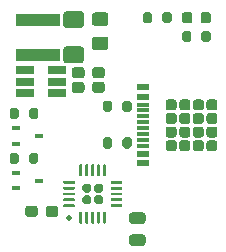
<source format=gbr>
%TF.GenerationSoftware,KiCad,Pcbnew,(5.1.10-1-10_14)*%
%TF.CreationDate,2021-05-13T11:47:25+01:00*%
%TF.ProjectId,Generic,47656e65-7269-4632-9e6b-696361645f70,3*%
%TF.SameCoordinates,Original*%
%TF.FileFunction,Paste,Top*%
%TF.FilePolarity,Positive*%
%FSLAX46Y46*%
G04 Gerber Fmt 4.6, Leading zero omitted, Abs format (unit mm)*
G04 Created by KiCad (PCBNEW (5.1.10-1-10_14)) date 2021-05-13 11:47:25*
%MOMM*%
%LPD*%
G01*
G04 APERTURE LIST*
%ADD10R,0.700000X0.450000*%
%ADD11R,3.700000X1.100000*%
%ADD12R,1.560000X0.650000*%
%ADD13C,0.500000*%
%ADD14R,1.140000X0.600000*%
%ADD15R,1.140000X0.300000*%
G04 APERTURE END LIST*
%TO.C,D2*%
G36*
G01*
X122256250Y-119550000D02*
X121343750Y-119550000D01*
G75*
G02*
X121100000Y-119306250I0J243750D01*
G01*
X121100000Y-118818750D01*
G75*
G02*
X121343750Y-118575000I243750J0D01*
G01*
X122256250Y-118575000D01*
G75*
G02*
X122500000Y-118818750I0J-243750D01*
G01*
X122500000Y-119306250D01*
G75*
G02*
X122256250Y-119550000I-243750J0D01*
G01*
G37*
G36*
G01*
X122256250Y-121425000D02*
X121343750Y-121425000D01*
G75*
G02*
X121100000Y-121181250I0J243750D01*
G01*
X121100000Y-120693750D01*
G75*
G02*
X121343750Y-120450000I243750J0D01*
G01*
X122256250Y-120450000D01*
G75*
G02*
X122500000Y-120693750I0J-243750D01*
G01*
X122500000Y-121181250D01*
G75*
G02*
X122256250Y-121425000I-243750J0D01*
G01*
G37*
%TD*%
%TO.C,R9*%
G36*
G01*
X126375000Y-103425000D02*
X126375000Y-103975000D01*
G75*
G02*
X126175000Y-104175000I-200000J0D01*
G01*
X125775000Y-104175000D01*
G75*
G02*
X125575000Y-103975000I0J200000D01*
G01*
X125575000Y-103425000D01*
G75*
G02*
X125775000Y-103225000I200000J0D01*
G01*
X126175000Y-103225000D01*
G75*
G02*
X126375000Y-103425000I0J-200000D01*
G01*
G37*
G36*
G01*
X128025000Y-103425000D02*
X128025000Y-103975000D01*
G75*
G02*
X127825000Y-104175000I-200000J0D01*
G01*
X127425000Y-104175000D01*
G75*
G02*
X127225000Y-103975000I0J200000D01*
G01*
X127225000Y-103425000D01*
G75*
G02*
X127425000Y-103225000I200000J0D01*
G01*
X127825000Y-103225000D01*
G75*
G02*
X128025000Y-103425000I0J-200000D01*
G01*
G37*
%TD*%
%TO.C,D1*%
G36*
G01*
X126450000Y-101843750D02*
X126450000Y-102356250D01*
G75*
G02*
X126231250Y-102575000I-218750J0D01*
G01*
X125793750Y-102575000D01*
G75*
G02*
X125575000Y-102356250I0J218750D01*
G01*
X125575000Y-101843750D01*
G75*
G02*
X125793750Y-101625000I218750J0D01*
G01*
X126231250Y-101625000D01*
G75*
G02*
X126450000Y-101843750I0J-218750D01*
G01*
G37*
G36*
G01*
X128025000Y-101843750D02*
X128025000Y-102356250D01*
G75*
G02*
X127806250Y-102575000I-218750J0D01*
G01*
X127368750Y-102575000D01*
G75*
G02*
X127150000Y-102356250I0J218750D01*
G01*
X127150000Y-101843750D01*
G75*
G02*
X127368750Y-101625000I218750J0D01*
G01*
X127806250Y-101625000D01*
G75*
G02*
X128025000Y-101843750I0J-218750D01*
G01*
G37*
%TD*%
%TO.C,R8*%
G36*
G01*
X120525000Y-109875000D02*
X120525000Y-109325000D01*
G75*
G02*
X120725000Y-109125000I200000J0D01*
G01*
X121125000Y-109125000D01*
G75*
G02*
X121325000Y-109325000I0J-200000D01*
G01*
X121325000Y-109875000D01*
G75*
G02*
X121125000Y-110075000I-200000J0D01*
G01*
X120725000Y-110075000D01*
G75*
G02*
X120525000Y-109875000I0J200000D01*
G01*
G37*
G36*
G01*
X118875000Y-109875000D02*
X118875000Y-109325000D01*
G75*
G02*
X119075000Y-109125000I200000J0D01*
G01*
X119475000Y-109125000D01*
G75*
G02*
X119675000Y-109325000I0J-200000D01*
G01*
X119675000Y-109875000D01*
G75*
G02*
X119475000Y-110075000I-200000J0D01*
G01*
X119075000Y-110075000D01*
G75*
G02*
X118875000Y-109875000I0J200000D01*
G01*
G37*
%TD*%
%TO.C,R7*%
G36*
G01*
X119675000Y-112425000D02*
X119675000Y-112975000D01*
G75*
G02*
X119475000Y-113175000I-200000J0D01*
G01*
X119075000Y-113175000D01*
G75*
G02*
X118875000Y-112975000I0J200000D01*
G01*
X118875000Y-112425000D01*
G75*
G02*
X119075000Y-112225000I200000J0D01*
G01*
X119475000Y-112225000D01*
G75*
G02*
X119675000Y-112425000I0J-200000D01*
G01*
G37*
G36*
G01*
X121325000Y-112425000D02*
X121325000Y-112975000D01*
G75*
G02*
X121125000Y-113175000I-200000J0D01*
G01*
X120725000Y-113175000D01*
G75*
G02*
X120525000Y-112975000I0J200000D01*
G01*
X120525000Y-112425000D01*
G75*
G02*
X120725000Y-112225000I200000J0D01*
G01*
X121125000Y-112225000D01*
G75*
G02*
X121325000Y-112425000I0J-200000D01*
G01*
G37*
%TD*%
D10*
%TO.C,Q2*%
X113500000Y-112100000D03*
X111500000Y-112750000D03*
X111500000Y-111450000D03*
%TD*%
%TO.C,Q1*%
X113500000Y-115900000D03*
X111500000Y-116550000D03*
X111500000Y-115250000D03*
%TD*%
%TO.C,R11*%
G36*
G01*
X111775000Y-109925000D02*
X111775000Y-110475000D01*
G75*
G02*
X111575000Y-110675000I-200000J0D01*
G01*
X111175000Y-110675000D01*
G75*
G02*
X110975000Y-110475000I0J200000D01*
G01*
X110975000Y-109925000D01*
G75*
G02*
X111175000Y-109725000I200000J0D01*
G01*
X111575000Y-109725000D01*
G75*
G02*
X111775000Y-109925000I0J-200000D01*
G01*
G37*
G36*
G01*
X113425000Y-109925000D02*
X113425000Y-110475000D01*
G75*
G02*
X113225000Y-110675000I-200000J0D01*
G01*
X112825000Y-110675000D01*
G75*
G02*
X112625000Y-110475000I0J200000D01*
G01*
X112625000Y-109925000D01*
G75*
G02*
X112825000Y-109725000I200000J0D01*
G01*
X113225000Y-109725000D01*
G75*
G02*
X113425000Y-109925000I0J-200000D01*
G01*
G37*
%TD*%
%TO.C,R10*%
G36*
G01*
X112625000Y-114275000D02*
X112625000Y-113725000D01*
G75*
G02*
X112825000Y-113525000I200000J0D01*
G01*
X113225000Y-113525000D01*
G75*
G02*
X113425000Y-113725000I0J-200000D01*
G01*
X113425000Y-114275000D01*
G75*
G02*
X113225000Y-114475000I-200000J0D01*
G01*
X112825000Y-114475000D01*
G75*
G02*
X112625000Y-114275000I0J200000D01*
G01*
G37*
G36*
G01*
X110975000Y-114275000D02*
X110975000Y-113725000D01*
G75*
G02*
X111175000Y-113525000I200000J0D01*
G01*
X111575000Y-113525000D01*
G75*
G02*
X111775000Y-113725000I0J-200000D01*
G01*
X111775000Y-114275000D01*
G75*
G02*
X111575000Y-114475000I-200000J0D01*
G01*
X111175000Y-114475000D01*
G75*
G02*
X110975000Y-114275000I0J200000D01*
G01*
G37*
%TD*%
%TO.C,R12*%
G36*
G01*
X123075000Y-101825000D02*
X123075000Y-102375000D01*
G75*
G02*
X122875000Y-102575000I-200000J0D01*
G01*
X122475000Y-102575000D01*
G75*
G02*
X122275000Y-102375000I0J200000D01*
G01*
X122275000Y-101825000D01*
G75*
G02*
X122475000Y-101625000I200000J0D01*
G01*
X122875000Y-101625000D01*
G75*
G02*
X123075000Y-101825000I0J-200000D01*
G01*
G37*
G36*
G01*
X124725000Y-101825000D02*
X124725000Y-102375000D01*
G75*
G02*
X124525000Y-102575000I-200000J0D01*
G01*
X124125000Y-102575000D01*
G75*
G02*
X123925000Y-102375000I0J200000D01*
G01*
X123925000Y-101825000D01*
G75*
G02*
X124125000Y-101625000I200000J0D01*
G01*
X124525000Y-101625000D01*
G75*
G02*
X124725000Y-101825000I0J-200000D01*
G01*
G37*
%TD*%
%TO.C,C2*%
G36*
G01*
X113375000Y-118262500D02*
X113375000Y-118737500D01*
G75*
G02*
X113137500Y-118975000I-237500J0D01*
G01*
X112537500Y-118975000D01*
G75*
G02*
X112300000Y-118737500I0J237500D01*
G01*
X112300000Y-118262500D01*
G75*
G02*
X112537500Y-118025000I237500J0D01*
G01*
X113137500Y-118025000D01*
G75*
G02*
X113375000Y-118262500I0J-237500D01*
G01*
G37*
G36*
G01*
X115100000Y-118262500D02*
X115100000Y-118737500D01*
G75*
G02*
X114862500Y-118975000I-237500J0D01*
G01*
X114262500Y-118975000D01*
G75*
G02*
X114025000Y-118737500I0J237500D01*
G01*
X114025000Y-118262500D01*
G75*
G02*
X114262500Y-118025000I237500J0D01*
G01*
X114862500Y-118025000D01*
G75*
G02*
X115100000Y-118262500I0J-237500D01*
G01*
G37*
%TD*%
%TO.C,Reg1*%
G36*
G01*
X117025626Y-105950000D02*
X115774374Y-105950000D01*
G75*
G02*
X115525000Y-105700626I0J249374D01*
G01*
X115525000Y-104774374D01*
G75*
G02*
X115774374Y-104525000I249374J0D01*
G01*
X117025626Y-104525000D01*
G75*
G02*
X117275000Y-104774374I0J-249374D01*
G01*
X117275000Y-105700626D01*
G75*
G02*
X117025626Y-105950000I-249374J0D01*
G01*
G37*
G36*
G01*
X117025626Y-102975000D02*
X115774374Y-102975000D01*
G75*
G02*
X115525000Y-102725626I0J249374D01*
G01*
X115525000Y-101799374D01*
G75*
G02*
X115774374Y-101550000I249374J0D01*
G01*
X117025626Y-101550000D01*
G75*
G02*
X117275000Y-101799374I0J-249374D01*
G01*
X117275000Y-102725626D01*
G75*
G02*
X117025626Y-102975000I-249374J0D01*
G01*
G37*
D11*
X113400000Y-102250000D03*
X113400000Y-105250000D03*
G36*
G01*
X119100450Y-102800000D02*
X118199550Y-102800000D01*
G75*
G02*
X117950000Y-102550450I0J249550D01*
G01*
X117950000Y-101899550D01*
G75*
G02*
X118199550Y-101650000I249550J0D01*
G01*
X119100450Y-101650000D01*
G75*
G02*
X119350000Y-101899550I0J-249550D01*
G01*
X119350000Y-102550450D01*
G75*
G02*
X119100450Y-102800000I-249550J0D01*
G01*
G37*
G36*
G01*
X119100450Y-104850000D02*
X118199550Y-104850000D01*
G75*
G02*
X117950000Y-104600450I0J249550D01*
G01*
X117950000Y-103949550D01*
G75*
G02*
X118199550Y-103700000I249550J0D01*
G01*
X119100450Y-103700000D01*
G75*
G02*
X119350000Y-103949550I0J-249550D01*
G01*
X119350000Y-104600450D01*
G75*
G02*
X119100450Y-104850000I-249550J0D01*
G01*
G37*
G36*
G01*
X119050000Y-107762500D02*
X119050000Y-108237500D01*
G75*
G02*
X118812500Y-108475000I-237500J0D01*
G01*
X118212500Y-108475000D01*
G75*
G02*
X117975000Y-108237500I0J237500D01*
G01*
X117975000Y-107762500D01*
G75*
G02*
X118212500Y-107525000I237500J0D01*
G01*
X118812500Y-107525000D01*
G75*
G02*
X119050000Y-107762500I0J-237500D01*
G01*
G37*
G36*
G01*
X117325000Y-107762500D02*
X117325000Y-108237500D01*
G75*
G02*
X117087500Y-108475000I-237500J0D01*
G01*
X116487500Y-108475000D01*
G75*
G02*
X116250000Y-108237500I0J237500D01*
G01*
X116250000Y-107762500D01*
G75*
G02*
X116487500Y-107525000I237500J0D01*
G01*
X117087500Y-107525000D01*
G75*
G02*
X117325000Y-107762500I0J-237500D01*
G01*
G37*
G36*
G01*
X119050000Y-106512500D02*
X119050000Y-106987500D01*
G75*
G02*
X118812500Y-107225000I-237500J0D01*
G01*
X118212500Y-107225000D01*
G75*
G02*
X117975000Y-106987500I0J237500D01*
G01*
X117975000Y-106512500D01*
G75*
G02*
X118212500Y-106275000I237500J0D01*
G01*
X118812500Y-106275000D01*
G75*
G02*
X119050000Y-106512500I0J-237500D01*
G01*
G37*
G36*
G01*
X117325000Y-106512500D02*
X117325000Y-106987500D01*
G75*
G02*
X117087500Y-107225000I-237500J0D01*
G01*
X116487500Y-107225000D01*
G75*
G02*
X116250000Y-106987500I0J237500D01*
G01*
X116250000Y-106512500D01*
G75*
G02*
X116487500Y-106275000I237500J0D01*
G01*
X117087500Y-106275000D01*
G75*
G02*
X117325000Y-106512500I0J-237500D01*
G01*
G37*
D12*
X115000000Y-108450000D03*
X115000000Y-107500000D03*
X115000000Y-106550000D03*
X112300000Y-106550000D03*
X112300000Y-108450000D03*
X112300000Y-107500000D03*
%TD*%
D13*
%TO.C,U2*%
X116025000Y-119025000D03*
G36*
G01*
X118714000Y-116900000D02*
X118336000Y-116900000D01*
G75*
G02*
X118150000Y-116714000I0J186000D01*
G01*
X118150000Y-116336000D01*
G75*
G02*
X118336000Y-116150000I186000J0D01*
G01*
X118714000Y-116150000D01*
G75*
G02*
X118900000Y-116336000I0J-186000D01*
G01*
X118900000Y-116714000D01*
G75*
G02*
X118714000Y-116900000I-186000J0D01*
G01*
G37*
G36*
G01*
X117714000Y-116900000D02*
X117336000Y-116900000D01*
G75*
G02*
X117150000Y-116714000I0J186000D01*
G01*
X117150000Y-116336000D01*
G75*
G02*
X117336000Y-116150000I186000J0D01*
G01*
X117714000Y-116150000D01*
G75*
G02*
X117900000Y-116336000I0J-186000D01*
G01*
X117900000Y-116714000D01*
G75*
G02*
X117714000Y-116900000I-186000J0D01*
G01*
G37*
G36*
G01*
X118714000Y-117900000D02*
X118336000Y-117900000D01*
G75*
G02*
X118150000Y-117714000I0J186000D01*
G01*
X118150000Y-117336000D01*
G75*
G02*
X118336000Y-117150000I186000J0D01*
G01*
X118714000Y-117150000D01*
G75*
G02*
X118900000Y-117336000I0J-186000D01*
G01*
X118900000Y-117714000D01*
G75*
G02*
X118714000Y-117900000I-186000J0D01*
G01*
G37*
G36*
G01*
X117714000Y-117900000D02*
X117336000Y-117900000D01*
G75*
G02*
X117150000Y-117714000I0J186000D01*
G01*
X117150000Y-117336000D01*
G75*
G02*
X117336000Y-117150000I186000J0D01*
G01*
X117714000Y-117150000D01*
G75*
G02*
X117900000Y-117336000I0J-186000D01*
G01*
X117900000Y-117714000D01*
G75*
G02*
X117714000Y-117900000I-186000J0D01*
G01*
G37*
G36*
G01*
X116462500Y-118150000D02*
X115587500Y-118150000D01*
G75*
G02*
X115525000Y-118087500I0J62500D01*
G01*
X115525000Y-117962500D01*
G75*
G02*
X115587500Y-117900000I62500J0D01*
G01*
X116462500Y-117900000D01*
G75*
G02*
X116525000Y-117962500I0J-62500D01*
G01*
X116525000Y-118087500D01*
G75*
G02*
X116462500Y-118150000I-62500J0D01*
G01*
G37*
G36*
G01*
X116462500Y-117650000D02*
X115587500Y-117650000D01*
G75*
G02*
X115525000Y-117587500I0J62500D01*
G01*
X115525000Y-117462500D01*
G75*
G02*
X115587500Y-117400000I62500J0D01*
G01*
X116462500Y-117400000D01*
G75*
G02*
X116525000Y-117462500I0J-62500D01*
G01*
X116525000Y-117587500D01*
G75*
G02*
X116462500Y-117650000I-62500J0D01*
G01*
G37*
G36*
G01*
X116462500Y-117150000D02*
X115587500Y-117150000D01*
G75*
G02*
X115525000Y-117087500I0J62500D01*
G01*
X115525000Y-116962500D01*
G75*
G02*
X115587500Y-116900000I62500J0D01*
G01*
X116462500Y-116900000D01*
G75*
G02*
X116525000Y-116962500I0J-62500D01*
G01*
X116525000Y-117087500D01*
G75*
G02*
X116462500Y-117150000I-62500J0D01*
G01*
G37*
G36*
G01*
X116462500Y-116650000D02*
X115587500Y-116650000D01*
G75*
G02*
X115525000Y-116587500I0J62500D01*
G01*
X115525000Y-116462500D01*
G75*
G02*
X115587500Y-116400000I62500J0D01*
G01*
X116462500Y-116400000D01*
G75*
G02*
X116525000Y-116462500I0J-62500D01*
G01*
X116525000Y-116587500D01*
G75*
G02*
X116462500Y-116650000I-62500J0D01*
G01*
G37*
G36*
G01*
X116462500Y-116150000D02*
X115587500Y-116150000D01*
G75*
G02*
X115525000Y-116087500I0J62500D01*
G01*
X115525000Y-115962500D01*
G75*
G02*
X115587500Y-115900000I62500J0D01*
G01*
X116462500Y-115900000D01*
G75*
G02*
X116525000Y-115962500I0J-62500D01*
G01*
X116525000Y-116087500D01*
G75*
G02*
X116462500Y-116150000I-62500J0D01*
G01*
G37*
G36*
G01*
X117087500Y-115525000D02*
X116962500Y-115525000D01*
G75*
G02*
X116900000Y-115462500I0J62500D01*
G01*
X116900000Y-114587500D01*
G75*
G02*
X116962500Y-114525000I62500J0D01*
G01*
X117087500Y-114525000D01*
G75*
G02*
X117150000Y-114587500I0J-62500D01*
G01*
X117150000Y-115462500D01*
G75*
G02*
X117087500Y-115525000I-62500J0D01*
G01*
G37*
G36*
G01*
X117587500Y-115525000D02*
X117462500Y-115525000D01*
G75*
G02*
X117400000Y-115462500I0J62500D01*
G01*
X117400000Y-114587500D01*
G75*
G02*
X117462500Y-114525000I62500J0D01*
G01*
X117587500Y-114525000D01*
G75*
G02*
X117650000Y-114587500I0J-62500D01*
G01*
X117650000Y-115462500D01*
G75*
G02*
X117587500Y-115525000I-62500J0D01*
G01*
G37*
G36*
G01*
X118087500Y-115525000D02*
X117962500Y-115525000D01*
G75*
G02*
X117900000Y-115462500I0J62500D01*
G01*
X117900000Y-114587500D01*
G75*
G02*
X117962500Y-114525000I62500J0D01*
G01*
X118087500Y-114525000D01*
G75*
G02*
X118150000Y-114587500I0J-62500D01*
G01*
X118150000Y-115462500D01*
G75*
G02*
X118087500Y-115525000I-62500J0D01*
G01*
G37*
G36*
G01*
X118587500Y-115525000D02*
X118462500Y-115525000D01*
G75*
G02*
X118400000Y-115462500I0J62500D01*
G01*
X118400000Y-114587500D01*
G75*
G02*
X118462500Y-114525000I62500J0D01*
G01*
X118587500Y-114525000D01*
G75*
G02*
X118650000Y-114587500I0J-62500D01*
G01*
X118650000Y-115462500D01*
G75*
G02*
X118587500Y-115525000I-62500J0D01*
G01*
G37*
G36*
G01*
X119087500Y-115525000D02*
X118962500Y-115525000D01*
G75*
G02*
X118900000Y-115462500I0J62500D01*
G01*
X118900000Y-114587500D01*
G75*
G02*
X118962500Y-114525000I62500J0D01*
G01*
X119087500Y-114525000D01*
G75*
G02*
X119150000Y-114587500I0J-62500D01*
G01*
X119150000Y-115462500D01*
G75*
G02*
X119087500Y-115525000I-62500J0D01*
G01*
G37*
G36*
G01*
X120462500Y-116150000D02*
X119587500Y-116150000D01*
G75*
G02*
X119525000Y-116087500I0J62500D01*
G01*
X119525000Y-115962500D01*
G75*
G02*
X119587500Y-115900000I62500J0D01*
G01*
X120462500Y-115900000D01*
G75*
G02*
X120525000Y-115962500I0J-62500D01*
G01*
X120525000Y-116087500D01*
G75*
G02*
X120462500Y-116150000I-62500J0D01*
G01*
G37*
G36*
G01*
X120462500Y-116650000D02*
X119587500Y-116650000D01*
G75*
G02*
X119525000Y-116587500I0J62500D01*
G01*
X119525000Y-116462500D01*
G75*
G02*
X119587500Y-116400000I62500J0D01*
G01*
X120462500Y-116400000D01*
G75*
G02*
X120525000Y-116462500I0J-62500D01*
G01*
X120525000Y-116587500D01*
G75*
G02*
X120462500Y-116650000I-62500J0D01*
G01*
G37*
G36*
G01*
X120462500Y-117150000D02*
X119587500Y-117150000D01*
G75*
G02*
X119525000Y-117087500I0J62500D01*
G01*
X119525000Y-116962500D01*
G75*
G02*
X119587500Y-116900000I62500J0D01*
G01*
X120462500Y-116900000D01*
G75*
G02*
X120525000Y-116962500I0J-62500D01*
G01*
X120525000Y-117087500D01*
G75*
G02*
X120462500Y-117150000I-62500J0D01*
G01*
G37*
G36*
G01*
X120462500Y-117650000D02*
X119587500Y-117650000D01*
G75*
G02*
X119525000Y-117587500I0J62500D01*
G01*
X119525000Y-117462500D01*
G75*
G02*
X119587500Y-117400000I62500J0D01*
G01*
X120462500Y-117400000D01*
G75*
G02*
X120525000Y-117462500I0J-62500D01*
G01*
X120525000Y-117587500D01*
G75*
G02*
X120462500Y-117650000I-62500J0D01*
G01*
G37*
G36*
G01*
X120462500Y-118150000D02*
X119587500Y-118150000D01*
G75*
G02*
X119525000Y-118087500I0J62500D01*
G01*
X119525000Y-117962500D01*
G75*
G02*
X119587500Y-117900000I62500J0D01*
G01*
X120462500Y-117900000D01*
G75*
G02*
X120525000Y-117962500I0J-62500D01*
G01*
X120525000Y-118087500D01*
G75*
G02*
X120462500Y-118150000I-62500J0D01*
G01*
G37*
G36*
G01*
X119087500Y-119525000D02*
X118962500Y-119525000D01*
G75*
G02*
X118900000Y-119462500I0J62500D01*
G01*
X118900000Y-118587500D01*
G75*
G02*
X118962500Y-118525000I62500J0D01*
G01*
X119087500Y-118525000D01*
G75*
G02*
X119150000Y-118587500I0J-62500D01*
G01*
X119150000Y-119462500D01*
G75*
G02*
X119087500Y-119525000I-62500J0D01*
G01*
G37*
G36*
G01*
X118587500Y-119525000D02*
X118462500Y-119525000D01*
G75*
G02*
X118400000Y-119462500I0J62500D01*
G01*
X118400000Y-118587500D01*
G75*
G02*
X118462500Y-118525000I62500J0D01*
G01*
X118587500Y-118525000D01*
G75*
G02*
X118650000Y-118587500I0J-62500D01*
G01*
X118650000Y-119462500D01*
G75*
G02*
X118587500Y-119525000I-62500J0D01*
G01*
G37*
G36*
G01*
X118087500Y-119525000D02*
X117962500Y-119525000D01*
G75*
G02*
X117900000Y-119462500I0J62500D01*
G01*
X117900000Y-118587500D01*
G75*
G02*
X117962500Y-118525000I62500J0D01*
G01*
X118087500Y-118525000D01*
G75*
G02*
X118150000Y-118587500I0J-62500D01*
G01*
X118150000Y-119462500D01*
G75*
G02*
X118087500Y-119525000I-62500J0D01*
G01*
G37*
G36*
G01*
X117587500Y-119525000D02*
X117462500Y-119525000D01*
G75*
G02*
X117400000Y-119462500I0J62500D01*
G01*
X117400000Y-118587500D01*
G75*
G02*
X117462500Y-118525000I62500J0D01*
G01*
X117587500Y-118525000D01*
G75*
G02*
X117650000Y-118587500I0J-62500D01*
G01*
X117650000Y-119462500D01*
G75*
G02*
X117587500Y-119525000I-62500J0D01*
G01*
G37*
G36*
G01*
X117087500Y-119525000D02*
X116962500Y-119525000D01*
G75*
G02*
X116900000Y-119462500I0J62500D01*
G01*
X116900000Y-118587500D01*
G75*
G02*
X116962500Y-118525000I62500J0D01*
G01*
X117087500Y-118525000D01*
G75*
G02*
X117150000Y-118587500I0J-62500D01*
G01*
X117150000Y-119462500D01*
G75*
G02*
X117087500Y-119525000I-62500J0D01*
G01*
G37*
%TD*%
%TO.C,J2*%
G36*
G01*
X126047500Y-112250000D02*
X125582500Y-112250000D01*
G75*
G02*
X125350000Y-112017500I0J232500D01*
G01*
X125350000Y-111552500D01*
G75*
G02*
X125582500Y-111320000I232500J0D01*
G01*
X126047500Y-111320000D01*
G75*
G02*
X126280000Y-111552500I0J-232500D01*
G01*
X126280000Y-112017500D01*
G75*
G02*
X126047500Y-112250000I-232500J0D01*
G01*
G37*
G36*
G01*
X127197500Y-112250000D02*
X126732500Y-112250000D01*
G75*
G02*
X126500000Y-112017500I0J232500D01*
G01*
X126500000Y-111552500D01*
G75*
G02*
X126732500Y-111320000I232500J0D01*
G01*
X127197500Y-111320000D01*
G75*
G02*
X127430000Y-111552500I0J-232500D01*
G01*
X127430000Y-112017500D01*
G75*
G02*
X127197500Y-112250000I-232500J0D01*
G01*
G37*
G36*
G01*
X128347500Y-112250000D02*
X127882500Y-112250000D01*
G75*
G02*
X127650000Y-112017500I0J232500D01*
G01*
X127650000Y-111552500D01*
G75*
G02*
X127882500Y-111320000I232500J0D01*
G01*
X128347500Y-111320000D01*
G75*
G02*
X128580000Y-111552500I0J-232500D01*
G01*
X128580000Y-112017500D01*
G75*
G02*
X128347500Y-112250000I-232500J0D01*
G01*
G37*
G36*
G01*
X124897500Y-111100000D02*
X124432500Y-111100000D01*
G75*
G02*
X124200000Y-110867500I0J232500D01*
G01*
X124200000Y-110402500D01*
G75*
G02*
X124432500Y-110170000I232500J0D01*
G01*
X124897500Y-110170000D01*
G75*
G02*
X125130000Y-110402500I0J-232500D01*
G01*
X125130000Y-110867500D01*
G75*
G02*
X124897500Y-111100000I-232500J0D01*
G01*
G37*
G36*
G01*
X126047500Y-111100000D02*
X125582500Y-111100000D01*
G75*
G02*
X125350000Y-110867500I0J232500D01*
G01*
X125350000Y-110402500D01*
G75*
G02*
X125582500Y-110170000I232500J0D01*
G01*
X126047500Y-110170000D01*
G75*
G02*
X126280000Y-110402500I0J-232500D01*
G01*
X126280000Y-110867500D01*
G75*
G02*
X126047500Y-111100000I-232500J0D01*
G01*
G37*
G36*
G01*
X127197500Y-111100000D02*
X126732500Y-111100000D01*
G75*
G02*
X126500000Y-110867500I0J232500D01*
G01*
X126500000Y-110402500D01*
G75*
G02*
X126732500Y-110170000I232500J0D01*
G01*
X127197500Y-110170000D01*
G75*
G02*
X127430000Y-110402500I0J-232500D01*
G01*
X127430000Y-110867500D01*
G75*
G02*
X127197500Y-111100000I-232500J0D01*
G01*
G37*
G36*
G01*
X128347500Y-111100000D02*
X127882500Y-111100000D01*
G75*
G02*
X127650000Y-110867500I0J232500D01*
G01*
X127650000Y-110402500D01*
G75*
G02*
X127882500Y-110170000I232500J0D01*
G01*
X128347500Y-110170000D01*
G75*
G02*
X128580000Y-110402500I0J-232500D01*
G01*
X128580000Y-110867500D01*
G75*
G02*
X128347500Y-111100000I-232500J0D01*
G01*
G37*
G36*
G01*
X124897500Y-109950000D02*
X124432500Y-109950000D01*
G75*
G02*
X124200000Y-109717500I0J232500D01*
G01*
X124200000Y-109252500D01*
G75*
G02*
X124432500Y-109020000I232500J0D01*
G01*
X124897500Y-109020000D01*
G75*
G02*
X125130000Y-109252500I0J-232500D01*
G01*
X125130000Y-109717500D01*
G75*
G02*
X124897500Y-109950000I-232500J0D01*
G01*
G37*
G36*
G01*
X126047500Y-109950000D02*
X125582500Y-109950000D01*
G75*
G02*
X125350000Y-109717500I0J232500D01*
G01*
X125350000Y-109252500D01*
G75*
G02*
X125582500Y-109020000I232500J0D01*
G01*
X126047500Y-109020000D01*
G75*
G02*
X126280000Y-109252500I0J-232500D01*
G01*
X126280000Y-109717500D01*
G75*
G02*
X126047500Y-109950000I-232500J0D01*
G01*
G37*
G36*
G01*
X127197500Y-109950000D02*
X126732500Y-109950000D01*
G75*
G02*
X126500000Y-109717500I0J232500D01*
G01*
X126500000Y-109252500D01*
G75*
G02*
X126732500Y-109020000I232500J0D01*
G01*
X127197500Y-109020000D01*
G75*
G02*
X127430000Y-109252500I0J-232500D01*
G01*
X127430000Y-109717500D01*
G75*
G02*
X127197500Y-109950000I-232500J0D01*
G01*
G37*
G36*
G01*
X128347500Y-109950000D02*
X127882500Y-109950000D01*
G75*
G02*
X127650000Y-109717500I0J232500D01*
G01*
X127650000Y-109252500D01*
G75*
G02*
X127882500Y-109020000I232500J0D01*
G01*
X128347500Y-109020000D01*
G75*
G02*
X128580000Y-109252500I0J-232500D01*
G01*
X128580000Y-109717500D01*
G75*
G02*
X128347500Y-109950000I-232500J0D01*
G01*
G37*
G36*
G01*
X124897500Y-113400000D02*
X124432500Y-113400000D01*
G75*
G02*
X124200000Y-113167500I0J232500D01*
G01*
X124200000Y-112702500D01*
G75*
G02*
X124432500Y-112470000I232500J0D01*
G01*
X124897500Y-112470000D01*
G75*
G02*
X125130000Y-112702500I0J-232500D01*
G01*
X125130000Y-113167500D01*
G75*
G02*
X124897500Y-113400000I-232500J0D01*
G01*
G37*
G36*
G01*
X126047500Y-113400000D02*
X125582500Y-113400000D01*
G75*
G02*
X125350000Y-113167500I0J232500D01*
G01*
X125350000Y-112702500D01*
G75*
G02*
X125582500Y-112470000I232500J0D01*
G01*
X126047500Y-112470000D01*
G75*
G02*
X126280000Y-112702500I0J-232500D01*
G01*
X126280000Y-113167500D01*
G75*
G02*
X126047500Y-113400000I-232500J0D01*
G01*
G37*
G36*
G01*
X127197500Y-113400000D02*
X126732500Y-113400000D01*
G75*
G02*
X126500000Y-113167500I0J232500D01*
G01*
X126500000Y-112702500D01*
G75*
G02*
X126732500Y-112470000I232500J0D01*
G01*
X127197500Y-112470000D01*
G75*
G02*
X127430000Y-112702500I0J-232500D01*
G01*
X127430000Y-113167500D01*
G75*
G02*
X127197500Y-113400000I-232500J0D01*
G01*
G37*
G36*
G01*
X128347500Y-113400000D02*
X127882500Y-113400000D01*
G75*
G02*
X127650000Y-113167500I0J232500D01*
G01*
X127650000Y-112702500D01*
G75*
G02*
X127882500Y-112470000I232500J0D01*
G01*
X128347500Y-112470000D01*
G75*
G02*
X128580000Y-112702500I0J-232500D01*
G01*
X128580000Y-113167500D01*
G75*
G02*
X128347500Y-113400000I-232500J0D01*
G01*
G37*
G36*
G01*
X124897500Y-112250000D02*
X124432500Y-112250000D01*
G75*
G02*
X124200000Y-112017500I0J232500D01*
G01*
X124200000Y-111552500D01*
G75*
G02*
X124432500Y-111320000I232500J0D01*
G01*
X124897500Y-111320000D01*
G75*
G02*
X125130000Y-111552500I0J-232500D01*
G01*
X125130000Y-112017500D01*
G75*
G02*
X124897500Y-112250000I-232500J0D01*
G01*
G37*
D14*
X122240000Y-113600000D03*
X122240000Y-108800000D03*
D15*
X122240000Y-110950000D03*
X122240000Y-111450000D03*
X122240000Y-110450000D03*
X122240000Y-111950000D03*
X122240000Y-109950000D03*
X122240000Y-112450000D03*
X122240000Y-109450000D03*
X122240000Y-112950000D03*
D14*
X122240000Y-108000000D03*
X122240000Y-114400000D03*
%TD*%
M02*

</source>
